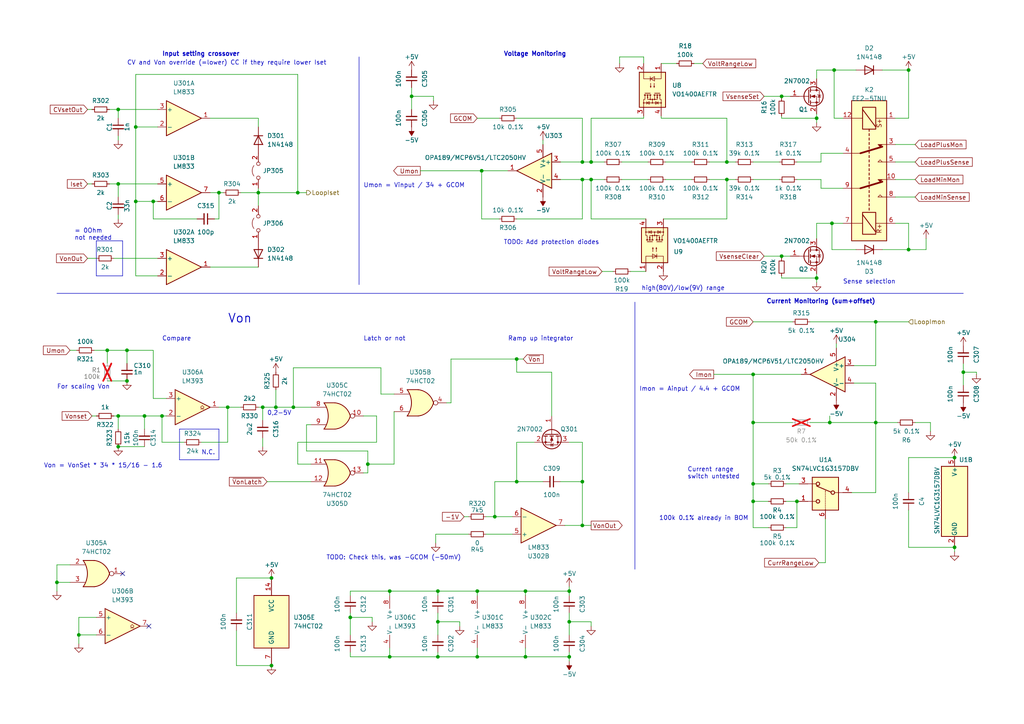
<source format=kicad_sch>
(kicad_sch (version 20230121) (generator eeschema)
  (paper "A4")
  (title_block (title "Electronic Load Analog Test Board") (date "2024-02-06") (rev "${VERSION}") (comment 1 "License: CERN-OHL-W-2.0"))
  (junction (at 74.93 55.88))
  (junction (at 39.37 58.42))
  (junction (at 78.74 193.04))
  (junction (at 165.1 171.45))
  (junction (at 218.44 140.335))
  (junction (at 34.29 129.54))
  (junction (at 171.45 46.99))
  (junction (at 210.82 46.99))
  (junction (at 165.1 180.34))
  (junction (at 106.68 134.62))
  (junction (at 36.83 101.6))
  (junction (at 263.525 20.32))
  (junction (at 139.7 49.53))
  (junction (at 226.695 74.295))
  (junction (at 22.86 184.15))
  (junction (at 218.44 145.415))
  (junction (at 127 190.5))
  (junction (at 46.99 120.65))
  (junction (at 276.86 158.75))
  (junction (at 168.91 52.07))
  (junction (at 86.36 55.88))
  (junction (at 236.855 34.29))
  (junction (at 76.2 118.11))
  (junction (at 231.14 145.415))
  (junction (at 149.86 104.14))
  (junction (at 143.51 149.86))
  (junction (at 31.115 101.6))
  (junction (at 168.91 139.7))
  (junction (at 279.4 107.95))
  (junction (at 34.29 53.34))
  (junction (at 241.935 20.32))
  (junction (at 39.37 36.83))
  (junction (at 218.44 122.555))
  (junction (at 240.665 122.555))
  (junction (at 168.91 46.99))
  (junction (at 226.695 27.94))
  (junction (at 16.51 168.91))
  (junction (at 152.4 171.45))
  (junction (at 218.44 108.585))
  (junction (at 165.1 190.5))
  (junction (at 210.82 52.07))
  (junction (at 41.91 120.65))
  (junction (at 138.43 190.5))
  (junction (at 138.43 171.45))
  (junction (at 254 93.345))
  (junction (at 80.01 118.11))
  (junction (at 254 122.555))
  (junction (at 78.74 167.64))
  (junction (at 171.45 52.07))
  (junction (at 119.38 27.94))
  (junction (at 263.525 72.39))
  (junction (at 34.29 120.65))
  (junction (at 66.04 118.11))
  (junction (at 152.4 190.5))
  (junction (at 168.91 152.4))
  (junction (at 36.83 110.49))
  (junction (at 63.5 55.88))
  (junction (at 276.86 132.715))
  (junction (at 236.855 80.645))
  (junction (at 44.45 58.42))
  (junction (at 149.86 139.7))
  (junction (at 101.6 179.07))
  (junction (at 127 171.45))
  (junction (at 113.03 190.5))
  (junction (at 113.03 171.45))
  (junction (at 34.29 31.75))
  (junction (at 85.09 118.11))
  (junction (at 127 180.34))
  (junction (at 241.3 64.77))
  (no_connect (at 43.18 181.61))
  (no_connect (at 35.56 166.37))
  (wire (pts (xy 113.03 171.45) (xy 127 171.45)))
  (wire (pts (xy 160.02 107.95) (xy 160.02 120.65)))
  (wire (pts (xy 236.855 80.645) (xy 226.695 80.645)))
  (wire (pts (xy 76.2 118.11) (xy 80.01 118.11)))
  (wire (pts (xy 168.91 152.4) (xy 171.45 152.4)))
  (wire (pts (xy 34.29 31.75) (xy 34.29 34.29)))
  (wire (pts (xy 101.6 179.07) (xy 107.95 179.07)))
  (wire (pts (xy 180.34 52.07) (xy 187.96 52.07)))
  (wire (pts (xy 231.14 145.415) (xy 231.14 153.035)))
  (wire (pts (xy 210.82 46.99) (xy 210.82 34.29)))
  (wire (pts (xy 162.56 52.07) (xy 168.91 52.07)))
  (wire (pts (xy 138.43 171.45) (xy 138.43 172.72)))
  (wire (pts (xy 218.44 122.555) (xy 218.44 140.335)))
  (wire (pts (xy 191.77 18.415) (xy 196.215 18.415)))
  (wire (pts (xy 114.3 114.3) (xy 110.49 114.3)))
  (wire (pts (xy 106.68 134.62) (xy 106.68 130.81)))
  (wire (pts (xy 127 177.8) (xy 127 180.34)))
  (wire (pts (xy 263.525 132.715) (xy 263.525 142.875)))
  (polyline (pts (xy 27.94 69.85) (xy 27.94 80.01)))
  (wire (pts (xy 149.86 63.5) (xy 168.91 63.5)))
  (wire (pts (xy 105.41 137.16) (xy 106.68 137.16)))
  (wire (pts (xy 229.87 122.555) (xy 218.44 122.555)))
  (wire (pts (xy 168.91 139.7) (xy 168.91 152.4)))
  (wire (pts (xy 140.97 149.86) (xy 143.51 149.86)))
  (wire (pts (xy 265.43 122.555) (xy 269.875 122.555)))
  (wire (pts (xy 127 180.34) (xy 127 184.15)))
  (wire (pts (xy 101.6 189.23) (xy 101.6 190.5)))
  (wire (pts (xy 247.015 142.875) (xy 254 142.875)))
  (wire (pts (xy 106.68 130.81) (xy 88.9 130.81)))
  (wire (pts (xy 171.45 181.61) (xy 171.45 180.34)))
  (wire (pts (xy 31.75 53.34) (xy 34.29 53.34)))
  (wire (pts (xy 31.115 101.6) (xy 31.115 105.41)))
  (wire (pts (xy 222.885 153.035) (xy 218.44 153.035)))
  (wire (pts (xy 218.44 108.585) (xy 232.41 108.585)))
  (wire (pts (xy 236.855 80.645) (xy 236.855 81.915)))
  (wire (pts (xy 139.7 49.53) (xy 147.32 49.53)))
  (wire (pts (xy 127 189.23) (xy 127 190.5)))
  (wire (pts (xy 62.23 63.5) (xy 63.5 63.5)))
  (wire (pts (xy 25.4 53.34) (xy 26.67 53.34)))
  (polyline (pts (xy 104.14 16.51) (xy 104.14 82.55)))
  (wire (pts (xy 41.91 120.65) (xy 41.91 124.46)))
  (wire (pts (xy 68.58 182.88) (xy 68.58 193.04)))
  (wire (pts (xy 221.615 74.295) (xy 226.695 74.295)))
  (wire (pts (xy 33.02 74.93) (xy 45.72 74.93)))
  (wire (pts (xy 16.51 168.91) (xy 16.51 171.45)))
  (wire (pts (xy 242.57 99.695) (xy 242.57 100.965)))
  (wire (pts (xy 254 122.555) (xy 254 142.875)))
  (wire (pts (xy 58.42 128.27) (xy 66.04 128.27)))
  (wire (pts (xy 165.1 190.5) (xy 165.1 191.77)))
  (polyline (pts (xy 27.94 80.01) (xy 35.56 80.01)))
  (wire (pts (xy 138.43 190.5) (xy 152.4 190.5)))
  (wire (pts (xy 205.74 46.99) (xy 210.82 46.99)))
  (wire (pts (xy 255.905 72.39) (xy 263.525 72.39)))
  (polyline (pts (xy 52.07 124.46) (xy 52.07 133.35)))
  (wire (pts (xy 101.6 190.5) (xy 113.03 190.5)))
  (wire (pts (xy 177.8 78.74) (xy 174.625 78.74)))
  (wire (pts (xy 86.36 55.88) (xy 88.9 55.88)))
  (wire (pts (xy 149.86 104.14) (xy 151.765 104.14)))
  (wire (pts (xy 22.86 179.07) (xy 22.86 184.15)))
  (wire (pts (xy 44.45 115.57) (xy 48.26 115.57)))
  (wire (pts (xy 241.935 20.32) (xy 248.285 20.32)))
  (wire (pts (xy 152.4 171.45) (xy 165.1 171.45)))
  (wire (pts (xy 168.91 128.27) (xy 168.91 139.7)))
  (wire (pts (xy 34.29 39.37) (xy 34.29 40.64)))
  (wire (pts (xy 107.95 180.34) (xy 107.95 179.07)))
  (wire (pts (xy 162.56 46.99) (xy 168.91 46.99)))
  (wire (pts (xy 138.43 34.29) (xy 144.78 34.29)))
  (wire (pts (xy 165.1 170.18) (xy 165.1 171.45)))
  (wire (pts (xy 160.02 107.95) (xy 149.86 107.95)))
  (wire (pts (xy 106.68 137.16) (xy 106.68 134.62)))
  (wire (pts (xy 33.02 120.65) (xy 34.29 120.65)))
  (wire (pts (xy 139.7 49.53) (xy 139.7 63.5)))
  (wire (pts (xy 186.69 34.29) (xy 186.69 33.655)))
  (wire (pts (xy 226.695 74.93) (xy 226.695 74.295)))
  (wire (pts (xy 165.1 177.8) (xy 165.1 180.34)))
  (wire (pts (xy 125.73 29.21) (xy 125.73 27.94)))
  (wire (pts (xy 60.96 55.88) (xy 63.5 55.88)))
  (wire (pts (xy 265.43 52.07) (xy 259.715 52.07)))
  (wire (pts (xy 39.37 21.59) (xy 86.36 21.59)))
  (wire (pts (xy 255.905 20.32) (xy 263.525 20.32)))
  (wire (pts (xy 218.44 108.585) (xy 218.44 122.555)))
  (wire (pts (xy 16.51 163.83) (xy 16.51 168.91)))
  (wire (pts (xy 265.43 46.99) (xy 259.715 46.99)))
  (wire (pts (xy 44.45 58.42) (xy 45.72 58.42)))
  (wire (pts (xy 226.695 34.29) (xy 226.695 33.655)))
  (wire (pts (xy 34.29 120.65) (xy 41.91 120.65)))
  (wire (pts (xy 34.29 62.23) (xy 34.29 63.5)))
  (wire (pts (xy 74.93 118.11) (xy 76.2 118.11)))
  (wire (pts (xy 46.99 120.65) (xy 48.26 120.65)))
  (wire (pts (xy 259.715 41.91) (xy 265.43 41.91)))
  (wire (pts (xy 106.68 134.62) (xy 114.3 134.62)))
  (wire (pts (xy 76.2 127) (xy 76.2 129.54)))
  (wire (pts (xy 244.475 44.45) (xy 238.125 44.45)))
  (wire (pts (xy 240.665 122.555) (xy 254 122.555)))
  (wire (pts (xy 144.78 63.5) (xy 139.7 63.5)))
  (wire (pts (xy 149.86 128.27) (xy 149.86 139.7)))
  (wire (pts (xy 39.37 58.42) (xy 39.37 80.01)))
  (wire (pts (xy 226.695 27.94) (xy 229.235 27.94)))
  (wire (pts (xy 31.115 110.49) (xy 36.83 110.49)))
  (wire (pts (xy 244.475 54.61) (xy 238.125 54.61)))
  (wire (pts (xy 186.69 18.415) (xy 186.69 16.51)))
  (wire (pts (xy 240.665 120.65) (xy 240.665 122.555)))
  (wire (pts (xy 201.295 18.415) (xy 203.835 18.415)))
  (wire (pts (xy 229.87 93.345) (xy 218.44 93.345)))
  (wire (pts (xy 165.1 189.23) (xy 165.1 190.5)))
  (wire (pts (xy 86.36 128.27) (xy 109.22 128.27)))
  (wire (pts (xy 109.22 120.65) (xy 109.22 128.27)))
  (wire (pts (xy 36.83 101.6) (xy 36.83 105.41)))
  (wire (pts (xy 227.965 140.335) (xy 231.775 140.335)))
  (wire (pts (xy 22.86 186.69) (xy 22.86 184.15)))
  (wire (pts (xy 205.74 52.07) (xy 210.82 52.07)))
  (wire (pts (xy 74.93 55.88) (xy 74.93 59.69)))
  (wire (pts (xy 44.45 63.5) (xy 44.45 58.42)))
  (wire (pts (xy 241.3 64.77) (xy 244.475 64.77)))
  (wire (pts (xy 171.45 52.07) (xy 171.45 63.5)))
  (wire (pts (xy 263.525 72.39) (xy 268.605 72.39)))
  (wire (pts (xy 34.29 31.75) (xy 45.72 31.75)))
  (wire (pts (xy 236.855 22.86) (xy 236.855 20.32)))
  (wire (pts (xy 134.62 149.86) (xy 135.89 149.86)))
  (wire (pts (xy 127 171.45) (xy 138.43 171.45)))
  (wire (pts (xy 39.37 36.83) (xy 39.37 58.42)))
  (wire (pts (xy 127 190.5) (xy 113.03 190.5)))
  (wire (pts (xy 78.74 193.04) (xy 68.58 193.04)))
  (wire (pts (xy 187.325 78.74) (xy 182.88 78.74)))
  (wire (pts (xy 236.855 33.02) (xy 236.855 34.29)))
  (wire (pts (xy 80.01 113.03) (xy 80.01 118.11)))
  (wire (pts (xy 231.14 145.415) (xy 231.775 145.415)))
  (wire (pts (xy 226.695 80.645) (xy 226.695 80.01)))
  (wire (pts (xy 263.525 72.39) (xy 263.525 64.77)))
  (wire (pts (xy 127 172.72) (xy 127 171.45)))
  (wire (pts (xy 222.885 140.335) (xy 218.44 140.335)))
  (wire (pts (xy 34.29 53.34) (xy 34.29 57.15)))
  (wire (pts (xy 236.855 79.375) (xy 236.855 80.645)))
  (wire (pts (xy 46.99 120.65) (xy 46.99 128.27)))
  (wire (pts (xy 101.6 179.07) (xy 101.6 184.15)))
  (wire (pts (xy 121.92 49.53) (xy 139.7 49.53)))
  (wire (pts (xy 239.395 163.195) (xy 237.49 163.195)))
  (wire (pts (xy 238.125 54.61) (xy 238.125 52.07)))
  (wire (pts (xy 193.04 46.99) (xy 200.66 46.99)))
  (wire (pts (xy 276.86 158.115) (xy 276.86 158.75)))
  (wire (pts (xy 171.45 34.29) (xy 186.69 34.29)))
  (wire (pts (xy 101.6 172.72) (xy 101.6 171.45)))
  (wire (pts (xy 152.4 187.96) (xy 152.4 190.5)))
  (wire (pts (xy 157.48 40.64) (xy 157.48 41.91)))
  (polyline (pts (xy 16.51 85.09) (xy 279.4 85.09)))
  (wire (pts (xy 44.45 101.6) (xy 44.45 115.57)))
  (wire (pts (xy 179.705 16.51) (xy 179.705 18.415)))
  (wire (pts (xy 20.32 163.83) (xy 16.51 163.83)))
  (wire (pts (xy 239.395 150.495) (xy 239.395 163.195)))
  (wire (pts (xy 20.32 101.6) (xy 22.225 101.6)))
  (wire (pts (xy 126.365 154.94) (xy 126.365 157.48)))
  (wire (pts (xy 247.65 111.125) (xy 254 111.125)))
  (wire (pts (xy 269.875 125.095) (xy 269.875 122.555)))
  (wire (pts (xy 133.35 181.61) (xy 133.35 180.34)))
  (wire (pts (xy 236.855 64.77) (xy 241.3 64.77)))
  (wire (pts (xy 138.43 171.45) (xy 152.4 171.45)))
  (wire (pts (xy 241.3 72.39) (xy 248.285 72.39)))
  (wire (pts (xy 276.86 158.75) (xy 263.525 158.75)))
  (wire (pts (xy 192.405 63.5) (xy 210.82 63.5)))
  (wire (pts (xy 234.95 93.345) (xy 254 93.345)))
  (wire (pts (xy 234.95 122.555) (xy 240.665 122.555)))
  (wire (pts (xy 74.93 54.61) (xy 74.93 55.88)))
  (polyline (pts (xy 63.5 124.46) (xy 63.5 133.35)))
  (wire (pts (xy 268.605 72.39) (xy 268.605 69.215)))
  (wire (pts (xy 143.51 139.7) (xy 143.51 149.86)))
  (wire (pts (xy 218.44 153.035) (xy 218.44 145.415)))
  (wire (pts (xy 263.525 158.75) (xy 263.525 147.955)))
  (wire (pts (xy 39.37 80.01) (xy 45.72 80.01)))
  (wire (pts (xy 110.49 106.68) (xy 85.09 106.68)))
  (wire (pts (xy 180.34 46.99) (xy 187.96 46.99)))
  (wire (pts (xy 276.86 158.75) (xy 276.86 160.02)))
  (wire (pts (xy 259.715 34.29) (xy 263.525 34.29)))
  (wire (pts (xy 254 122.555) (xy 260.35 122.555)))
  (wire (pts (xy 88.9 123.19) (xy 90.17 123.19)))
  (wire (pts (xy 236.855 34.29) (xy 226.695 34.29)))
  (wire (pts (xy 86.36 21.59) (xy 86.36 55.88)))
  (wire (pts (xy 63.5 55.88) (xy 64.77 55.88)))
  (wire (pts (xy 129.54 116.84) (xy 130.81 116.84)))
  (wire (pts (xy 218.44 46.99) (xy 226.06 46.99)))
  (wire (pts (xy 263.525 20.32) (xy 263.525 34.29)))
  (wire (pts (xy 34.29 120.65) (xy 34.29 124.46)))
  (wire (pts (xy 101.6 177.8) (xy 101.6 179.07)))
  (wire (pts (xy 63.5 55.88) (xy 63.5 63.5)))
  (wire (pts (xy 26.67 120.65) (xy 27.94 120.65)))
  (wire (pts (xy 168.91 34.29) (xy 168.91 46.99)))
  (wire (pts (xy 227.965 145.415) (xy 231.14 145.415)))
  (wire (pts (xy 31.75 31.75) (xy 34.29 31.75)))
  (wire (pts (xy 77.47 139.7) (xy 90.17 139.7)))
  (wire (pts (xy 191.77 34.29) (xy 210.82 34.29)))
  (wire (pts (xy 74.93 34.29) (xy 60.96 34.29)))
  (wire (pts (xy 66.04 118.11) (xy 69.85 118.11)))
  (wire (pts (xy 165.1 180.34) (xy 165.1 184.15)))
  (wire (pts (xy 283.21 108.585) (xy 283.21 107.95)))
  (polyline (pts (xy 63.5 133.35) (xy 52.07 133.35)))
  (wire (pts (xy 85.09 118.11) (xy 90.17 118.11)))
  (wire (pts (xy 76.2 118.11) (xy 76.2 121.92)))
  (wire (pts (xy 210.82 46.99) (xy 213.36 46.99)))
  (wire (pts (xy 171.45 46.99) (xy 175.26 46.99)))
  (wire (pts (xy 88.9 130.81) (xy 88.9 123.19)))
  (wire (pts (xy 254 111.125) (xy 254 122.555)))
  (wire (pts (xy 231.14 46.99) (xy 238.125 46.99)))
  (wire (pts (xy 210.82 63.5) (xy 210.82 52.07)))
  (wire (pts (xy 113.03 187.96) (xy 113.03 190.5)))
  (wire (pts (xy 165.1 180.34) (xy 171.45 180.34)))
  (wire (pts (xy 119.38 25.4) (xy 119.38 27.94)))
  (wire (pts (xy 279.4 107.95) (xy 279.4 111.76)))
  (wire (pts (xy 27.94 179.07) (xy 22.86 179.07)))
  (wire (pts (xy 236.855 64.77) (xy 236.855 69.215)))
  (wire (pts (xy 113.03 171.45) (xy 113.03 172.72)))
  (wire (pts (xy 276.86 132.715) (xy 263.525 132.715)))
  (wire (pts (xy 157.48 139.7) (xy 149.86 139.7)))
  (wire (pts (xy 119.38 27.94) (xy 125.73 27.94)))
  (wire (pts (xy 218.44 145.415) (xy 218.44 140.335)))
  (wire (pts (xy 78.74 167.64) (xy 68.58 167.64)))
  (wire (pts (xy 114.3 119.38) (xy 114.3 134.62)))
  (wire (pts (xy 126.365 154.94) (xy 135.89 154.94)))
  (wire (pts (xy 85.09 106.68) (xy 85.09 118.11)))
  (wire (pts (xy 39.37 36.83) (xy 45.72 36.83)))
  (wire (pts (xy 86.36 134.62) (xy 90.17 134.62)))
  (wire (pts (xy 193.04 52.07) (xy 200.66 52.07)))
  (wire (pts (xy 186.69 16.51) (xy 179.705 16.51)))
  (wire (pts (xy 149.86 107.95) (xy 149.86 104.14)))
  (wire (pts (xy 168.91 46.99) (xy 171.45 46.99)))
  (wire (pts (xy 105.41 120.65) (xy 109.22 120.65)))
  (wire (pts (xy 143.51 149.86) (xy 148.59 149.86)))
  (wire (pts (xy 101.6 171.45) (xy 113.03 171.45)))
  (wire (pts (xy 165.1 171.45) (xy 165.1 172.72)))
  (wire (pts (xy 226.695 74.295) (xy 229.235 74.295)))
  (wire (pts (xy 218.44 52.07) (xy 226.06 52.07)))
  (wire (pts (xy 86.36 55.88) (xy 74.93 55.88)))
  (wire (pts (xy 254 93.345) (xy 254 106.045)))
  (wire (pts (xy 221.615 27.94) (xy 226.695 27.94)))
  (wire (pts (xy 119.38 27.94) (xy 119.38 31.75)))
  (wire (pts (xy 31.115 101.6) (xy 36.83 101.6)))
  (wire (pts (xy 53.34 128.27) (xy 46.99 128.27)))
  (wire (pts (xy 241.3 64.77) (xy 241.3 72.39)))
  (wire (pts (xy 222.885 145.415) (xy 218.44 145.415)))
  (wire (pts (xy 27.305 101.6) (xy 31.115 101.6)))
  (wire (pts (xy 254 93.345) (xy 263.525 93.345)))
  (wire (pts (xy 74.93 34.29) (xy 74.93 36.83)))
  (wire (pts (xy 279.4 105.41) (xy 279.4 107.95)))
  (wire (pts (xy 263.525 64.77) (xy 259.715 64.77)))
  (wire (pts (xy 63.5 118.11) (xy 66.04 118.11)))
  (wire (pts (xy 149.86 104.14) (xy 130.81 104.14)))
  (wire (pts (xy 241.935 20.32) (xy 241.935 34.29)))
  (polyline (pts (xy 52.07 124.46) (xy 63.5 124.46)))
  (wire (pts (xy 86.36 128.27) (xy 86.36 134.62)))
  (wire (pts (xy 165.1 128.27) (xy 168.91 128.27)))
  (wire (pts (xy 226.695 28.575) (xy 226.695 27.94)))
  (wire (pts (xy 57.15 63.5) (xy 44.45 63.5)))
  (wire (pts (xy 25.4 31.75) (xy 26.67 31.75)))
  (wire (pts (xy 168.91 139.7) (xy 162.56 139.7)))
  (wire (pts (xy 247.65 106.045) (xy 254 106.045)))
  (polyline (pts (xy 184.15 87.63) (xy 184.15 165.1)))
  (wire (pts (xy 191.77 33.655) (xy 191.77 34.29)))
  (wire (pts (xy 168.91 52.07) (xy 168.91 63.5)))
  (wire (pts (xy 140.97 154.94) (xy 148.59 154.94)))
  (wire (pts (xy 171.45 63.5) (xy 187.325 63.5)))
  (wire (pts (xy 60.96 77.47) (xy 74.93 77.47)))
  (wire (pts (xy 110.49 114.3) (xy 110.49 106.68)))
  (wire (pts (xy 168.91 52.07) (xy 171.45 52.07)))
  (wire (pts (xy 231.14 52.07) (xy 238.125 52.07)))
  (wire (pts (xy 171.45 52.07) (xy 175.26 52.07)))
  (wire (pts (xy 207.01 108.585) (xy 218.44 108.585)))
  (wire (pts (xy 163.83 152.4) (xy 168.91 152.4)))
  (wire (pts (xy 236.855 34.29) (xy 236.855 35.56)))
  (wire (pts (xy 68.58 167.64) (xy 68.58 177.8)))
  (wire (pts (xy 152.4 171.45) (xy 152.4 172.72)))
  (wire (pts (xy 149.86 139.7) (xy 143.51 139.7)))
  (wire (pts (xy 149.86 34.29) (xy 168.91 34.29)))
  (wire (pts (xy 22.86 184.15) (xy 27.94 184.15)))
  (wire (pts (xy 154.94 128.27) (xy 149.86 128.27)))
  (wire (pts (xy 80.01 118.11) (xy 85.09 118.11)))
  (polyline (pts (xy 35.56 69.85) (xy 27.94 69.85)))
  (wire (pts (xy 25.4 74.93) (xy 27.94 74.93)))
  (wire (pts (xy 127 190.5) (xy 138.43 190.5)))
  (wire (pts (xy 210.82 52.07) (xy 213.36 52.07)))
  (wire (pts (xy 39.37 58.42) (xy 44.45 58.42)))
  (polyline (pts (xy 35.56 80.01) (xy 35.56 69.85)))
  (wire (pts (xy 259.715 57.15) (xy 265.43 57.15)))
  (wire (pts (xy 36.83 101.6) (xy 44.45 101.6)))
  (wire (pts (xy 244.475 34.29) (xy 241.935 34.29)))
  (wire (pts (xy 69.85 55.88) (xy 74.93 55.88)))
  (wire (pts (xy 171.45 46.99) (xy 171.45 34.29)))
  (wire (pts (xy 238.125 44.45) (xy 238.125 46.99)))
  (wire (pts (xy 66.04 118.11) (xy 66.04 128.27)))
  (wire (pts (xy 16.51 168.91) (xy 20.32 168.91)))
  (wire (pts (xy 279.4 107.95) (xy 283.21 107.95)))
  (wire (pts (xy 227.965 153.035) (xy 231.14 153.035)))
  (wire (pts (xy 41.91 120.65) (xy 46.99 120.65)))
  (wire (pts (xy 34.29 53.34) (xy 45.72 53.34)))
  (wire (pts (xy 138.43 187.96) (xy 138.43 190.5)))
  (wire (pts (xy 39.37 21.59) (xy 39.37 36.83)))
  (wire (pts (xy 127 180.34) (xy 133.35 180.34)))
  (wire (pts (xy 34.29 129.54) (xy 41.91 129.54)))
  (wire (pts (xy 236.855 20.32) (xy 241.935 20.32)))
  (wire (pts (xy 130.81 104.14) (xy 130.81 116.84)))
  (wire (pts (xy 152.4 190.5) (xy 165.1 190.5)))
  (text "Current Monitoring (sum+offset)\n" (at 222.25 88.265 0) (effects (font (size 1.27 1.27) (thickness 0.254) bold) (justify left bottom)))
  (text "TODO: Check this, was -GCOM (-50mV)" (at 94.615 162.56 0) (effects (font (size 1.27 1.27)) (justify left bottom)))
  (text "= 0Ohm\nnot needed" (at 21.59 69.85 0) (effects (font (size 1.27 1.27)) (justify left bottom)))
  (text "Von" (at 66.04 93.98 0) (effects (font (size 2.54 2.54) (thickness 0.254) bold) (justify left bottom)))
  (text "For scaling Von" (at 16.51 113.03 0) (effects (font (size 1.27 1.27)) (justify left bottom)))
  (text "Umon = Vinput / 34 + GCOM" (at 105.41 54.61 0) (effects (font (size 1.27 1.27)) (justify left bottom)))
  (text "Latch or not" (at 105.41 99.06 0) (effects (font (size 1.27 1.27)) (justify left bottom)))
  (text "TODO: Add protection diodes" (at 146.05 71.12 0) (effects (font (size 1.27 1.27)) (justify left bottom)))
  (text "N.C." (at 58.42 132.08 0) (effects (font (size 1.27 1.27)) (justify left bottom)))
  (text "0,2-5V" (at 77.47 120.65 0) (effects (font (size 1.27 1.27)) (justify left bottom)))
  (text "100k 0.1% already in BOM" (at 191.135 151.13 0) (effects (font (size 1.27 1.27)) (justify left bottom)))
  (text "Compare" (at 46.99 99.06 0) (effects (font (size 1.27 1.27)) (justify left bottom)))
  (text "Current range \nswitch untested" (at 199.39 139.065 0) (effects (font (size 1.27 1.27)) (justify left bottom)))
  (text "Ramp up integrator" (at 147.32 99.06 0) (effects (font (size 1.27 1.27)) (justify left bottom)))
  (text "Imon = Ainput / 4.4 + GCOM" (at 185.42 113.665 0) (effects (font (size 1.27 1.27)) (justify left bottom)))
  (text "Sense selection\n" (at 244.475 82.55 0) (effects (font (size 1.27 1.27)) (justify left bottom)))
  (text "Von = VonSet * 34 * 15/16 - 1.6\n" (at 12.7 135.89 0) (effects (font (size 1.27 1.27)) (justify left bottom)))
  (text "high(80V)/low(9V) range" (at 186.055 84.455 0) (effects (font (size 1.27 1.27)) (justify left bottom)))
  (text "CV and Von override (=lower) CC if they require lower Iset" (at 36.83 19.05 0) (effects (font (size 1.27 1.27)) (justify left bottom)))
  (text "Voltage Monitoring" (at 146.05 16.51 0) (effects (font (size 1.27 1.27) (thickness 0.254) bold) (justify left bottom)))
  (text "Input setting crossover" (at 46.99 16.51 0) (effects (font (size 1.27 1.27) (thickness 0.254) bold) (justify left bottom)))
  (global_label "Umon" (shape output) (at 121.92 49.53 180) (property "Intersheetrefs" "${INTERSHEET_REFS}" (effects hide)))
  (global_label "GCOM" (shape input) (at 138.43 34.29 180) (property "Intersheetrefs" "${INTERSHEET_REFS}" (effects hide)))
  (global_label "VonOut" (shape input) (at 25.4 74.93 180) (property "Intersheetrefs" "${INTERSHEET_REFS}" (effects hide)))
  (global_label "Umon" (shape input) (at 20.32 101.6 180) (property "Intersheetrefs" "${INTERSHEET_REFS}" (effects hide)))
  (global_label "VonOut" (shape output) (at 171.45 152.4 0) (property "Intersheetrefs" "${INTERSHEET_REFS}" (effects hide)))
  (global_label "LoadMinMon" (shape input) (at 265.43 52.07 0) (property "Intersheetrefs" "${INTERSHEET_REFS}" (effects hide)))
  (global_label "VsenseClear" (shape input) (at 221.615 74.295 180) (property "Intersheetrefs" "${INTERSHEET_REFS}" (effects hide)))
  (global_label "~{Von}" (shape input) (at 151.765 104.14 0) (property "Intersheetrefs" "${INTERSHEET_REFS}" (effects hide)))
  (global_label "Vonset" (shape input) (at 26.67 120.65 180) (property "Intersheetrefs" "${INTERSHEET_REFS}" (effects hide)))
  (global_label "CurrRangeLow" (shape input) (at 237.49 163.195 180) (property "Intersheetrefs" "${INTERSHEET_REFS}" (effects hide)))
  (global_label "Imon" (shape output) (at 207.01 108.585 180) (property "Intersheetrefs" "${INTERSHEET_REFS}" (effects hide)))
  (global_label "-1V" (shape input) (at 134.62 149.86 180) (property "Intersheetrefs" "${INTERSHEET_REFS}" (effects hide)))
  (global_label "Iset" (shape input) (at 25.4 53.34 180) (property "Intersheetrefs" "${INTERSHEET_REFS}" (effects hide)))
  (global_label "LoadMinSense" (shape input) (at 265.43 57.15 0) (property "Intersheetrefs" "${INTERSHEET_REFS}" (effects hide)))
  (global_label "CVsetOut" (shape input) (at 25.4 31.75 180) (property "Intersheetrefs" "${INTERSHEET_REFS}" (effects hide)))
  (global_label "LoadPlusMon" (shape input) (at 265.43 41.91 0) (property "Intersheetrefs" "${INTERSHEET_REFS}" (effects hide)))
  (global_label "VsenseSet" (shape input) (at 221.615 27.94 180) (property "Intersheetrefs" "${INTERSHEET_REFS}" (effects hide)))
  (global_label "VoltRangeLow" (shape input) (at 174.625 78.74 180) (property "Intersheetrefs" "${INTERSHEET_REFS}" (effects hide)))
  (global_label "LoadPlusSense" (shape input) (at 265.43 46.99 0) (property "Intersheetrefs" "${INTERSHEET_REFS}" (effects hide)))
  (global_label "GCOM" (shape input) (at 218.44 93.345 180) (property "Intersheetrefs" "${INTERSHEET_REFS}" (effects hide)))
  (global_label "VoltRangeLow" (shape input) (at 203.835 18.415 0) (property "Intersheetrefs" "${INTERSHEET_REFS}" (effects hide)))
  (global_label "~{VonLatch}" (shape input) (at 77.47 139.7 180) (property "Intersheetrefs" "${INTERSHEET_REFS}" (effects hide)))
  (hierarchical_label "LoopIset" (shape output) (at 88.9 55.88 0))
  (hierarchical_label "LoopImon" (shape input) (at 263.525 93.345 0))
  (symbol (lib_id "Device:C_Small") (at 165.1 186.69 180) (unit 1)
    (property "Reference" "C304" (at 168.91 186.69 90))
    (property "Value" "100n" (at 161.29 186.6837 90))
    (property "Footprint" "Capacitor_SMD:C_0805_2012Metric" (effects hide))
    (property "Part Name" "C_100.0nF_0805_20%" (effects hide))
  )
  (symbol (lib_id "Device:C_Small") (at 127 175.26 180) (unit 1)
    (property "Reference" "C301" (at 130.81 175.26 90))
    (property "Value" "100n" (at 123.19 175.2537 90))
    (property "Footprint" "Capacitor_SMD:C_0805_2012Metric" (effects hide))
    (property "Part Name" "C_100.0nF_0805_20%" (effects hide))
  )
  (symbol (lib_id "power:-5V") (at 279.4 116.84 180) (unit 1)
    (property "Reference" "#PWR0313" (effects hide))
    (property "Value" "-5V" (at 279.4 120.65 0))
  )
  (symbol (lib_id "power:GND") (at 36.83 110.49 0) (unit 1)
    (property "Reference" "#PWR0109" (effects hide))
    (property "Value" "GND" (effects hide))
  )
  (symbol (lib_id "Device:R_Small") (at 215.9 52.07 270) (unit 1)
    (property "Reference" "R314" (at 215.9 57.15 90))
    (property "Value" "39k 0.1%" (at 215.9 54.61 90))
    (property "Footprint" "Resistor_SMD:R_0805_2012Metric" (effects hide))
    (property "Part Name" "R_39k_0805_0.1%" (effects hide))
  )
  (symbol (lib_id "Device:R_Small") (at 225.425 145.415 270) (unit 1)
    (property "Reference" "R4" (at 225.425 147.955 90))
    (property "Value" "100k 0.1%" (at 225.425 149.86 90))
    (property "Footprint" "Resistor_SMD:R_0805_2012Metric" (effects hide))
    (property "Part Name" "R_100k_0805_0.1%" (effects hide))
  )
  (symbol (lib_id "power:GND") (at 276.86 160.02 0) (unit 1)
    (property "Reference" "#PWR013" (effects hide))
    (property "Value" "GND" (effects hide))
  )
  (symbol (lib_id "74xx:74HCT02") (at 27.94 166.37 0) (unit 1)
    (property "Reference" "U305" (at 27.94 157.48 0))
    (property "Value" "74HCT02" (at 27.94 160.02 0))
    (property "Footprint" "Package_SO:SO-14_3.9x8.65mm_P1.27mm" (effects hide))
    (property "Datasheet" "http://www.ti.com/lit/gpn/sn74hct02" (effects hide))
    (property "Part Name" "U_74HCT02D " (effects hide))
  )
  (symbol (lib_id "Transistor_FET:2N7002") (at 234.315 74.295 0) (unit 1)
    (property "Reference" "Q2" (at 233.045 78.105 0))
    (property "Value" "2N7002" (at 231.14 69.85 0))
    (property "Footprint" "Package_TO_SOT_SMD:SOT-23" (effects hide))
    (property "Datasheet" "https://www.onsemi.com/pub/Collateral/NDS7002A-D.PDF" (effects hide))
    (property "Part Name" "Q_2N7002 " (effects hide))
  )
  (symbol (lib_id "Device:R_Small") (at 177.8 52.07 270) (unit 1)
    (property "Reference" "R308" (at 177.8 57.15 90))
    (property "Value" "100k 0.1%" (at 177.8 54.61 90))
    (property "Footprint" "Resistor_SMD:R_0805_2012Metric" (effects hide))
    (property "Part Name" "R_100k_0805_0.1%" (effects hide))
  )
  (symbol (lib_id "Device:R_Small") (at 203.2 52.07 270) (unit 1)
    (property "Reference" "R312" (at 203.2 57.15 90))
    (property "Value" "100k 0.1%" (at 203.2 54.61 90))
    (property "Footprint" "Resistor_SMD:R_0805_2012Metric" (effects hide))
    (property "Part Name" "R_100k_0805_0.1%" (effects hide))
  )
  (symbol (lib_id "Diode:1N4148") (at 74.93 40.64 270) (unit 1)
    (property "Reference" "D301" (at 77.47 39.3699 90) (effects (justify left)))
    (property "Value" "1N4148" (at 77.47 41.9099 90) (effects (justify left)))
    (property "Footprint" "Diode_SMD:D_MiniMELF" (effects hide))
    (property "Datasheet" "https://assets.nexperia.com/documents/data-sheet/1N4148_1N4448.pdf" (effects hide))
    (property "Sim.Device" "D" (effects hide))
    (property "Sim.Pins" "1=K 2=A" (effects hide))
    (property "Part Name" "D_1N4148_miniMELF" (effects hide))
  )
  (symbol (lib_id "Device:C_Small") (at 41.91 127 180) (unit 1)
    (property "Reference" "C314" (at 44.45 127 90))
    (property "Value" "100n" (at 39.37 127 90))
    (property "Footprint" "Capacitor_SMD:C_0805_2012Metric" (effects hide))
    (property "Part Name" "C_100.0nF_0805_20%" (effects hide))
  )
  (symbol (lib_id "power:+5V") (at 119.38 20.32 0) (unit 1)
    (property "Reference" "#PWR0305" (effects hide))
    (property "Value" "+5V" (at 119.38 16.51 0))
  )
  (symbol (lib_id "74xx:74HCT02") (at 97.79 120.65 0) (unit 3)
    (property "Reference" "U305" (at 97.79 111.76 0))
    (property "Value" "74HCT02" (at 97.79 114.3 0))
    (property "Footprint" "Package_SO:SO-14_3.9x8.65mm_P1.27mm" (effects hide))
    (property "Datasheet" "http://www.ti.com/lit/gpn/sn74hct02" (effects hide))
    (property "Part Name" "U_74HCT02D " (effects hide))
  )
  (symbol (lib_id "EL-Load:MCP6V51/LTC2050HV") (at 240.03 108.585 0) (mirror y) (unit 1)
    (property "Reference" "U304" (at 243.0906 98.425 0) (effects (justify right)))
    (property "Value" "OPA189/MCP6V51/LTC2050HV" (at 209.55 104.775 0) (effects (justify right)))
    (property "Footprint" "Package_TO_SOT_SMD:SOT-23-5" (effects hide))
    (property "Part Name" "U_LTC2050HVCS5" (effects hide))
  )
  (symbol (lib_id "power:GND") (at 22.86 186.69 0) (unit 1)
    (property "Reference" "#PWR0316" (effects hide))
    (property "Value" "GND" (effects hide))
  )
  (symbol (lib_id "power:GND") (at 107.95 180.34 0) (unit 1)
    (property "Reference" "#PWR0321" (effects hide))
    (property "Value" "GND" (effects hide))
  )
  (symbol (lib_id "Device:R_Small") (at 138.43 149.86 270) (unit 1)
    (property "Reference" "R320" (at 138.43 146.05 90))
    (property "Value" "7k5" (at 138.43 147.955 90))
    (property "Footprint" "Resistor_SMD:R_0805_2012Metric" (effects hide))
    (property "Part Name" "R_7.5kΩ_0805_1%" (effects hide))
  )
  (symbol (lib_id "power:GND") (at 236.855 81.915 0) (unit 1)
    (property "Reference" "#PWR066" (effects hide))
    (property "Value" "GND" (effects hide))
  )
  (symbol (lib_id "Device:R_Small") (at 225.425 153.035 270) (unit 1)
    (property "Reference" "R5" (at 225.425 155.575 90))
    (property "Value" "100k 0.1%" (at 225.425 157.48 90))
    (property "Footprint" "Resistor_SMD:R_0805_2012Metric" (effects hide))
    (property "Part Name" "R_100k_0805_0.1%" (effects hide))
  )
  (symbol (lib_id "Jumper:Jumper_2_Open") (at 74.93 64.77 90) (unit 1)
    (property "Reference" "JP306" (at 76.2 64.7699 90) (effects (justify right)))
    (property "Value" "Jumper_2_Open" (effects hide))
    (property "Footprint" "Jumper:SolderJumper-2_P1.3mm_Bridged2Bar_RoundedPad1.0x1.5mm" (effects hide))
  )
  (symbol (lib_id "EL-Load:MCP6V51/LTC2050HV") (at 154.94 49.53 0) (mirror y) (unit 1)
    (property "Reference" "U303" (at 158.0006 39.37 0) (effects (justify right)))
    (property "Value" "OPA189/MCP6V51/LTC2050HV" (at 123.19 45.72 0) (effects (justify right)))
    (property "Footprint" "Package_TO_SOT_SMD:SOT-23-5" (effects hide))
    (property "Part Name" "U_LTC2050HVCS5" (effects hide))
  )
  (symbol (lib_name "MCP6L02x-xSN_2") (lib_id "Amplifier_Operational:MCP6L02x-xSN") (at 53.34 55.88 0) (unit 2)
    (property "Reference" "U301" (at 53.34 45.72 0))
    (property "Value" "LM833" (at 53.34 48.26 0))
    (property "Footprint" "Package_SO:SOIC-8_3.9x4.9mm_P1.27mm" (effects hide))
    (property "Datasheet" "http://ww1.microchip.com/downloads/en/devicedoc/22140b.pdf" (effects hide))
    (property "Part Name" "U_LM833DR " (effects hide))
  )
  (symbol (lib_id "power:GND") (at 34.29 63.5 0) (unit 1)
    (property "Reference" "#PWR0145" (effects hide))
    (property "Value" "GND" (effects hide))
  )
  (symbol (lib_id "Device:R_Small") (at 226.695 77.47 180) (unit 1)
    (property "Reference" "R20" (at 221.615 77.47 90))
    (property "Value" "100k" (at 224.155 77.47 90))
    (property "Footprint" "Resistor_SMD:R_0805_2012Metric" (effects hide))
    (property "Part Name" "R_100.0kΩ_0805_1%" (effects hide))
  )
  (symbol (lib_id "Device:R_Small") (at 228.6 46.99 90) (unit 1)
    (property "Reference" "R317" (at 228.6 41.91 90))
    (property "Value" "1k 0.1%" (at 228.6 44.45 90))
    (property "Footprint" "Resistor_SMD:R_0805_2012Metric" (effects hide))
    (property "Part Name" "R_1k_0805_0.1%" (effects hide))
  )
  (symbol (lib_id "Device:R_Small") (at 30.48 74.93 270) (unit 1)
    (property "Reference" "R301" (at 30.48 72.39 90))
    (property "Value" "2k" (at 30.48 77.47 90))
    (property "Footprint" "Resistor_SMD:R_0805_2012Metric" (effects hide))
    (property "Part Name" "R_2.0kΩ_0805_1%" (effects hide))
  )
  (symbol (lib_id "Device:R_Small") (at 190.5 46.99 90) (unit 1)
    (property "Reference" "R309" (at 190.5 41.91 90))
    (property "Value" "100k 0.1%" (at 190.5 44.45 90))
    (property "Footprint" "Resistor_SMD:R_0805_2012Metric" (effects hide))
    (property "Part Name" "R_100k_0805_0.1%" (effects hide))
  )
  (symbol (lib_id "Jumper:Jumper_2_Open") (at 74.93 49.53 90) (unit 1)
    (property "Reference" "JP305" (at 76.2 49.5299 90) (effects (justify right)))
    (property "Value" "Jumper_2_Open" (effects hide))
    (property "Footprint" "Jumper:SolderJumper-2_P1.3mm_Bridged_RoundedPad1.0x1.5mm" (effects hide))
  )
  (symbol (lib_id "Device:R_Small") (at 177.8 46.99 90) (unit 1)
    (property "Reference" "R307" (at 177.8 41.91 90))
    (property "Value" "100k 0.1%" (at 177.8 44.45 90))
    (property "Footprint" "Resistor_SMD:R_0805_2012Metric" (effects hide))
    (property "Part Name" "R_100k_0805_0.1%" (effects hide))
  )
  (symbol (lib_id "Device:R_Small") (at 72.39 118.11 90) (unit 1)
    (property "Reference" "R330" (at 72.39 120.65 90))
    (property "Value" "2k2" (at 72.39 115.57 90))
    (property "Footprint" "Resistor_SMD:R_0805_2012Metric" (effects hide))
    (property "Part Name" "R_2.2kΩ_0805_1%" (effects hide))
  )
  (symbol (lib_id "Device:R_Small") (at 262.89 122.555 270) (unit 1)
    (property "Reference" "R6" (at 262.89 127.635 90))
    (property "Value" "5k 0.1%" (at 262.89 125.095 90))
    (property "Footprint" "Resistor_SMD:R_0805_2012Metric" (effects hide))
    (property "Part Name" "R_5k_0805_0.1%" (effects hide))
  )
  (symbol (lib_id "Relay_SolidState:ASSR-1218") (at 189.865 71.12 90) (unit 1)
    (property "Reference" "U9" (at 198.12 73.025 90) (effects (justify left)))
    (property "Value" "VO1400AEFTR" (at 208.28 69.85 90) (effects (justify left)))
    (property "Footprint" "Package_SO:SO-4_4.4x4.3mm_P2.54mm" (effects hide))
    (property "Part Name" "U_VO1400AEFTR " (effects hide))
  )
  (symbol (lib_id "Analog_Switch:TS5A63157DBV") (at 276.86 145.415 0) (unit 2)
    (property "Reference" "U1" (at 278.13 133.35 0) (effects (justify left)))
    (property "Value" "SN74LVC1G3157DBV" (at 271.78 154.94 90) (effects (justify left)))
    (property "Footprint" "Package_TO_SOT_SMD:SOT-23-6" (effects hide))
    (property "Part Name" "U_SN74LVC1G3157DBVR" (effects hide))
  )
  (symbol (lib_name "MCP6L02x-xSN_4") (lib_id "Amplifier_Operational:MCP6L02x-xSN") (at 138.43 180.34 0) (unit 3)
    (property "Reference" "U301" (at 139.7 179.0699 0) (effects (justify left)))
    (property "Value" "LM833" (at 139.7 181.61 0) (effects (justify left)))
    (property "Footprint" "Package_SO:SOIC-8_3.9x4.9mm_P1.27mm" (effects hide))
    (property "Datasheet" "http://ww1.microchip.com/downloads/en/devicedoc/22140b.pdf" (effects hide))
    (property "Part Name" "U_LM833DR " (effects hide))
  )
  (symbol (lib_id "power:GND") (at 34.29 129.54 0) (unit 1)
    (property "Reference" "#PWR0317" (effects hide))
    (property "Value" "GND" (effects hide))
  )
  (symbol (lib_id "Device:C_Small") (at 160.02 139.7 270) (unit 1)
    (property "Reference" "C309" (at 160.02 135.89 90))
    (property "Value" "100n" (at 160.0137 143.51 90))
    (property "Footprint" "Capacitor_SMD:C_0805_2012Metric" (effects hide))
    (property "Part Name" "C_100.0nF_0805_20%" (effects hide))
  )
  (symbol (lib_id "Device:R_Small") (at 232.41 93.345 270) (unit 1)
    (property "Reference" "R315" (at 232.41 90.805 90))
    (property "Value" "5k 0.1%" (at 232.41 95.885 90))
    (property "Footprint" "Resistor_SMD:R_0805_2012Metric" (effects hide))
    (property "Part Name" "R_5k_0805_0.1%" (effects hide))
  )
  (symbol (lib_id "Comparator:LM393") (at 55.88 118.11 0) (unit 1)
    (property "Reference" "U306" (at 55.88 107.95 0))
    (property "Value" "LM393" (at 55.88 110.49 0))
    (property "Footprint" "Package_SO:SOIC-8_3.9x4.9mm_P1.27mm" (effects hide))
    (property "Datasheet" "http://www.ti.com/lit/ds/symlink/lm393.pdf" (effects hide))
    (property "Part Name" "U_LM393 " (effects hide))
  )
  (symbol (lib_id "power:GND") (at 78.74 193.04 0) (unit 1)
    (property "Reference" "#PWR0320" (effects hide))
    (property "Value" "GND" (effects hide))
  )
  (symbol (lib_id "power:+5V") (at 279.4 100.33 0) (unit 1)
    (property "Reference" "#PWR0312" (effects hide))
    (property "Value" "+5V" (at 279.4 96.52 0))
  )
  (symbol (lib_id "power:GND") (at 133.35 181.61 0) (unit 1)
    (property "Reference" "#PWR0301" (effects hide))
    (property "Value" "GND" (effects hide))
  )
  (symbol (lib_id "Device:C_Small") (at 76.2 124.46 180) (unit 1)
    (property "Reference" "C316" (at 80.01 124.46 90))
    (property "Value" "2u2" (at 72.39 124.4537 90))
    (property "Footprint" "Capacitor_SMD:C_0805_2012Metric" (effects hide))
    (property "Part Name" "C_2.2uF_10V_X7R_10%_0805" (effects hide))
  )
  (symbol (lib_id "Device:R_Small") (at 232.41 122.555 270) (unit 1) (in_bom no) (dnp yes)
    (property "Reference" "R7" (at 232.41 125.095 90))
    (property "Value" "50k 0.1%" (at 232.41 127.635 90))
    (property "Footprint" "Resistor_SMD:R_0805_2012Metric" (effects hide))
  )
  (symbol (lib_id "power:GND") (at 126.365 157.48 0) (unit 1)
    (property "Reference" "#PWR0125" (effects hide))
    (property "Value" "GND" (effects hide))
  )
  (symbol (lib_id "Device:C_Small") (at 279.4 102.87 180) (unit 1)
    (property "Reference" "C307" (at 283.21 102.87 90))
    (property "Value" "100n" (at 275.59 102.8637 90))
    (property "Footprint" "Capacitor_SMD:C_0805_2012Metric" (effects hide))
    (property "Part Name" "C_100.0nF_0805_20%" (effects hide))
  )
  (symbol (lib_id "Device:R_Small") (at 55.88 128.27 270) (unit 1)
    (property "Reference" "R324" (at 55.88 125.73 90))
    (property "Value" "24k" (at 55.88 130.81 90))
    (property "Footprint" "Resistor_SMD:R_0805_2012Metric" (effects hide))
    (property "Part Name" "R_24.0kΩ_0805_1%" (effects hide))
  )
  (symbol (lib_id "Device:R_Small") (at 147.32 63.5 270) (unit 1)
    (property "Reference" "R306" (at 147.32 66.04 90))
    (property "Value" "10k 0.1%" (at 147.32 60.96 90))
    (property "Footprint" "Resistor_SMD:R_0805_2012Metric" (effects hide))
    (property "Part Name" "R_10k_0805_0.1%" (effects hide))
  )
  (symbol (lib_id "74xx:74HCT02") (at 78.74 180.34 0) (unit 5)
    (property "Reference" "U305" (at 85.09 179.0699 0) (effects (justify left)))
    (property "Value" "74HCT02" (at 85.09 181.6099 0) (effects (justify left)))
    (property "Footprint" "Package_SO:SO-14_3.9x8.65mm_P1.27mm" (effects hide))
    (property "Datasheet" "http://www.ti.com/lit/gpn/sn74hct02" (effects hide))
    (property "Part Name" "U_74HCT02D " (effects hide))
  )
  (symbol (lib_id "Device:C_Small") (at 119.38 22.86 180) (unit 1)
    (property "Reference" "C305" (at 123.19 22.86 90))
    (property "Value" "100n" (at 115.57 22.8537 90))
    (property "Footprint" "Capacitor_SMD:C_0805_2012Metric" (effects hide))
    (property "Part Name" "C_100.0nF_0805_20%" (effects hide))
  )
  (symbol (lib_id "Transistor_FET:2N7002") (at 234.315 27.94 0) (unit 1)
    (property "Reference" "Q1" (at 233.045 31.75 0))
    (property "Value" "2N7002" (at 231.14 23.495 0))
    (property "Footprint" "Package_TO_SOT_SMD:SOT-23" (effects hide))
    (property "Datasheet" "https://www.onsemi.com/pub/Collateral/NDS7002A-D.PDF" (effects hide))
    (property "Part Name" "Q_2N7002 " (effects hide))
  )
  (symbol (lib_id "Device:R_Small") (at 31.115 107.95 180) (unit 1) (in_bom no) (dnp yes)
    (property "Reference" "R1" (at 27.94 107.315 0))
    (property "Value" "100k" (at 26.67 109.22 0))
    (property "Footprint" "Resistor_SMD:R_0805_2012Metric" (effects hide))
    (property "Sim.Enable" "0" (effects hide))
    (property "Part Name" "R_100.0kΩ_0805_1%" (effects hide))
  )
  (symbol (lib_id "Device:C_Small") (at 119.38 34.29 180) (unit 1)
    (property "Reference" "C306" (at 123.19 34.29 90))
    (property "Value" "100n" (at 115.57 34.2837 90))
    (property "Footprint" "Capacitor_SMD:C_0805_2012Metric" (effects hide))
    (property "Part Name" "C_100.0nF_0805_20%" (effects hide))
  )
  (symbol (lib_id "Device:R_Small") (at 180.34 78.74 270) (unit 1)
    (property "Reference" "R19" (at 180.34 83.82 90))
    (property "Value" "100k" (at 180.34 81.28 90))
    (property "Footprint" "Resistor_SMD:R_0805_2012Metric" (effects hide))
    (property "Part Name" "R_100.0kΩ_0805_1%" (effects hide))
  )
  (symbol (lib_id "Device:R_Small") (at 29.21 31.75 270) (unit 1)
    (property "Reference" "R302" (at 29.21 29.21 90))
    (property "Value" "2k" (at 29.21 34.29 90))
    (property "Footprint" "Resistor_SMD:R_0805_2012Metric" (effects hide))
    (property "Part Name" "R_2.0kΩ_0805_1%" (effects hide))
  )
  (symbol (lib_id "Relay_SolidState:ASSR-1218") (at 189.23 26.035 270) (unit 1)
    (property "Reference" "U8" (at 194.945 24.765 90) (effects (justify left)))
    (property "Value" "VO1400AEFTR" (at 194.945 27.305 90) (effects (justify left)))
    (property "Footprint" "Package_SO:SO-4_4.4x4.3mm_P2.54mm" (effects hide))
    (property "Part Name" "U_VO1400AEFTR " (effects hide))
  )
  (symbol (lib_id "Device:C_Small") (at 36.83 107.95 180) (unit 1)
    (property "Reference" "C310" (at 41.275 106.045 0))
    (property "Value" "1n" (at 40.005 107.95 0))
    (property "Footprint" "Capacitor_SMD:C_0805_2012Metric" (effects hide))
    (property "Part Name" "C_1.0nF_0805_20%" (effects hide))
  )
  (symbol (lib_name "MCP6L02x-xSN_1") (lib_id "Amplifier_Operational:MCP6L02x-xSN") (at 156.21 152.4 0) (mirror x) (unit 2)
    (property "Reference" "U302" (at 156.21 161.29 0))
    (property "Value" "LM833" (at 156.21 158.75 0))
    (property "Footprint" "Package_SO:SOIC-8_3.9x4.9mm_P1.27mm" (effects hide))
    (property "Datasheet" "http://ww1.microchip.com/downloads/en/devicedoc/22140b.pdf" (effects hide))
    (property "Part Name" "U_LM833DR " (effects hide))
  )
  (symbol (lib_id "Device:C_Small") (at 59.69 63.5 270) (unit 1)
    (property "Reference" "C315" (at 59.69 59.69 90))
    (property "Value" "100p" (at 59.6837 67.31 90))
    (property "Footprint" "Capacitor_SMD:C_0805_2012Metric" (effects hide))
    (property "Part Name" "C_100.0pF_0805_20%" (effects hide))
  )
  (symbol (lib_id "Diode:1N4148") (at 252.095 72.39 0) (mirror y) (unit 1)
    (property "Reference" "D3" (at 252.095 78.74 0))
    (property "Value" "1N4148" (at 252.095 76.2 0))
    (property "Footprint" "Diode_SMD:D_MiniMELF" (effects hide))
    (property "Datasheet" "https://assets.nexperia.com/documents/data-sheet/1N4148_1N4448.pdf" (effects hide))
    (property "Sim.Device" "D" (effects hide))
    (property "Sim.Pins" "1=K 2=A" (effects hide))
    (property "Part Name" "D_1N4148_miniMELF" (effects hide))
  )
  (symbol (lib_id "Device:R_Small") (at 228.6 52.07 270) (unit 1)
    (property "Reference" "R318" (at 228.6 57.15 90))
    (property "Value" "1k 0.1%" (at 228.6 54.61 90))
    (property "Footprint" "Resistor_SMD:R_0805_2012Metric" (effects hide))
    (property "Part Name" "R_1k_0805_0.1%" (effects hide))
  )
  (symbol (lib_id "Device:C_Small") (at 101.6 186.69 180) (unit 1)
    (property "Reference" "C313" (at 105.41 186.69 90))
    (property "Value" "100n" (at 97.79 186.6837 90))
    (property "Footprint" "Capacitor_SMD:C_0805_2012Metric" (effects hide))
    (property "Part Name" "C_100.0nF_0805_20%" (effects hide))
  )
  (symbol (lib_id "Device:R_Small") (at 29.21 53.34 270) (unit 1)
    (property "Reference" "R303" (at 29.21 50.8 90))
    (property "Value" "2k" (at 29.21 55.88 90))
    (property "Footprint" "Resistor_SMD:R_0805_2012Metric" (effects hide))
    (property "Part Name" "R_2.0kΩ_0805_1%" (effects hide))
  )
  (symbol (lib_id "Diode:1N4148") (at 252.095 20.32 180) (unit 1)
    (property "Reference" "D2" (at 252.095 13.97 0))
    (property "Value" "1N4148" (at 252.095 16.51 0))
    (property "Footprint" "Diode_SMD:D_MiniMELF" (effects hide))
    (property "Datasheet" "https://assets.nexperia.com/documents/data-sheet/1N4148_1N4448.pdf" (effects hide))
    (property "Sim.Device" "D" (effects hide))
    (property "Sim.Pins" "1=K 2=A" (effects hide))
    (property "Part Name" "D_1N4148_miniMELF" (effects hide))
  )
  (symbol (lib_id "Device:C_Small") (at 263.525 145.415 180) (unit 1)
    (property "Reference" "C4" (at 267.335 145.415 90))
    (property "Value" "100n" (at 259.715 145.4087 90))
    (property "Footprint" "Capacitor_SMD:C_0805_2012Metric" (effects hide))
    (property "Part Name" "C_100.0nF_0805_20%" (effects hide))
  )
  (symbol (lib_name "MCP6L02x-xSN_3") (lib_id "Amplifier_Operational:MCP6L02x-xSN") (at 152.4 180.34 0) (unit 3)
    (property "Reference" "U302" (at 153.67 179.0699 0) (effects (justify left)))
    (property "Value" "LM833" (at 153.67 181.61 0) (effects (justify left)))
    (property "Footprint" "Package_SO:SOIC-8_3.9x4.9mm_P1.27mm" (effects hide))
    (property "Datasheet" "http://ww1.microchip.com/downloads/en/devicedoc/22140b.pdf" (effects hide))
    (property "Part Name" "U_LM833DR " (effects hide))
  )
  (symbol (lib_id "Analog_Switch:TS5A63157DBV") (at 239.395 140.335 0) (mirror y) (unit 1)
    (property "Reference" "U1" (at 239.395 133.35 0))
    (property "Value" "SN74LVC1G3157DBV" (at 239.395 135.89 0))
    (property "Footprint" "Package_TO_SOT_SMD:SOT-23-6" (effects hide))
    (property "Part Name" "U_SN74LVC1G3157DBVR" (effects hide))
  )
  (symbol (lib_id "Device:C_Small") (at 127 186.69 180) (unit 1)
    (property "Reference" "C302" (at 130.81 186.69 90))
    (property "Value" "100n" (at 123.19 186.6837 90))
    (property "Footprint" "Capacitor_SMD:C_0805_2012Metric" (effects hide))
    (property "Part Name" "C_100.0nF_0805_20%" (effects hide))
  )
  (symbol (lib_id "Amplifier_Operational:MCP6L02x-xSN") (at 53.34 77.47 0) (unit 1)
    (property "Reference" "U302" (at 53.34 67.31 0))
    (property "Value" "LM833" (at 53.34 69.85 0))
    (property "Footprint" "Package_SO:SOIC-8_3.9x4.9mm_P1.27mm" (effects hide))
    (property "Datasheet" "http://ww1.microchip.com/downloads/en/devicedoc/22140b.pdf" (effects hide))
    (property "Part Name" "U_LM833DR " (effects hide))
  )
  (symbol (lib_id "power:+5V") (at 78.74 167.64 0) (unit 1)
    (property "Reference" "#PWR0319" (effects hide))
    (property "Value" "+5V" (at 78.74 163.83 0))
  )
  (symbol (lib_id "Device:R_Small") (at 203.2 46.99 90) (unit 1)
    (property "Reference" "R311" (at 203.2 41.91 90))
    (property "Value" "100k 0.1%" (at 203.2 44.45 90))
    (property "Footprint" "Resistor_SMD:R_0805_2012Metric" (effects hide))
    (property "Part Name" "R_100k_0805_0.1%" (effects hide))
  )
  (symbol (lib_id "Device:R_Small") (at 215.9 46.99 90) (unit 1)
    (property "Reference" "R313" (at 215.9 41.91 90))
    (property "Value" "39k 0.1%" (at 215.9 44.45 90))
    (property "Footprint" "Resistor_SMD:R_0805_2012Metric" (effects hide))
    (property "Part Name" "R_39k_0805_0.1%" (effects hide))
  )
  (symbol (lib_id "power:GND") (at 34.29 40.64 0) (unit 1)
    (property "Reference" "#PWR0144" (effects hide))
    (property "Value" "GND" (effects hide))
  )
  (symbol (lib_id "Device:R_Small") (at 30.48 120.65 90) (unit 1)
    (property "Reference" "R322" (at 30.48 123.19 90))
    (property "Value" "1k" (at 30.48 118.11 90))
    (property "Footprint" "Resistor_SMD:R_0805_2012Metric" (effects hide))
    (property "Part Name" "R_1.0kΩ_0805_1%" (effects hide))
  )
  (symbol (lib_name "MCP6L02x-xSN_5") (lib_id "Amplifier_Operational:MCP6L02x-xSN") (at 53.34 34.29 0) (unit 1)
    (property "Reference" "U301" (at 53.34 24.13 0))
    (property "Value" "LM833" (at 53.34 26.67 0))
    (property "Footprint" "Package_SO:SOIC-8_3.9x4.9mm_P1.27mm" (effects hide))
    (property "Datasheet" "http://ww1.microchip.com/downloads/en/devicedoc/22140b.pdf" (effects hide))
    (property "Part Name" "U_LM833DR " (effects hide))
  )
  (symbol (lib_id "power:GND") (at 125.73 29.21 0) (unit 1)
    (property "Reference" "#PWR0307" (effects hide))
    (property "Value" "GND" (effects hide))
  )
  (symbol (lib_id "Device:C_Small") (at 101.6 175.26 180) (unit 1)
    (property "Reference" "C312" (at 105.41 175.26 90))
    (property "Value" "100n" (at 97.79 175.2537 90))
    (property "Footprint" "Capacitor_SMD:C_0805_2012Metric" (effects hide))
    (property "Part Name" "C_100.0nF_0805_20%" (effects hide))
  )
  (symbol (lib_id "Device:C_Small") (at 34.29 36.83 0) (unit 1)
    (property "Reference" "C1" (at 31.75 36.83 90))
    (property "Value" "1n" (at 36.83 36.83 90))
    (property "Footprint" "Capacitor_SMD:C_0805_2012Metric" (effects hide))
    (property "Part Name" "C_1.0nF_0805_20%" (effects hide))
  )
  (symbol (lib_id "power:+5V") (at 157.48 40.64 0) (unit 1)
    (property "Reference" "#PWR0308" (effects hide))
    (property "Value" "+5V" (at 157.48 36.83 0))
  )
  (symbol (lib_id "power:GND") (at 16.51 171.45 0) (unit 1)
    (property "Reference" "#PWR0139" (effects hide))
    (property "Value" "GND" (effects hide))
  )
  (symbol (lib_id "Device:C_Small") (at 68.58 180.34 180) (unit 1)
    (property "Reference" "C311" (at 72.39 180.34 90))
    (property "Value" "100n" (at 64.77 180.3337 90))
    (property "Footprint" "Capacitor_SMD:C_0805_2012Metric" (effects hide))
    (property "Part Name" "C_100.0nF_0805_20%" (effects hide))
  )
  (symbol (lib_id "Comparator:LM393") (at 35.56 181.61 0) (unit 2)
    (property "Reference" "U306" (at 35.56 171.45 0))
    (property "Value" "LM393" (at 35.56 173.99 0))
    (property "Footprint" "Package_SO:SOIC-8_3.9x4.9mm_P1.27mm" (effects hide))
    (property "Datasheet" "http://www.ti.com/lit/ds/symlink/lm393.pdf" (effects hide))
    (property "Part Name" "U_LM393 " (effects hide))
  )
  (symbol (lib_id "power:+5V") (at 263.525 20.32 0) (unit 1)
    (property "Reference" "#PWR059" (effects hide))
    (property "Value" "+5V" (at 263.525 16.51 0))
  )
  (symbol (lib_id "Device:R_Small") (at 225.425 140.335 270) (unit 1)
    (property "Reference" "R3" (at 225.425 136.525 90))
    (property "Value" "5k 0.1%" (at 225.425 138.43 90))
    (property "Footprint" "Resistor_SMD:R_0805_2012Metric" (effects hide))
    (property "Part Name" "R_5k_0805_0.1%" (effects hide))
  )
  (symbol (lib_id "Device:R_Small") (at 198.755 18.415 90) (unit 1)
    (property "Reference" "R18" (at 198.755 13.335 90))
    (property "Value" "100k" (at 198.755 15.875 90))
    (property "Footprint" "Resistor_SMD:R_0805_2012Metric" (effects hide))
    (property "Part Name" "R_100.0kΩ_0805_1%" (effects hide))
  )
  (symbol (lib_id "power:GND") (at 283.21 108.585 0) (unit 1)
    (property "Reference" "#PWR0314" (effects hide))
    (property "Value" "GND" (effects hide))
  )
  (symbol (lib_id "power:+5V") (at 242.57 99.695 0) (unit 1)
    (property "Reference" "#PWR0310" (effects hide))
    (property "Value" "+5V" (at 242.57 95.885 0))
  )
  (symbol (lib_id "74xx:74HCT02") (at 97.79 137.16 0) (unit 4)
    (property "Reference" "U305" (at 97.79 146.05 0))
    (property "Value" "74HCT02" (at 97.79 143.51 0))
    (property "Footprint" "Package_SO:SO-14_3.9x8.65mm_P1.27mm" (effects hide))
    (property "Datasheet" "http://www.ti.com/lit/gpn/sn74hct02" (effects hide))
    (property "Part Name" "U_74HCT02D " (effects hide))
  )
  (symbol (lib_id "74xx:74HCT02") (at 121.92 116.84 0) (unit 2)
    (property "Reference" "U305" (at 121.92 107.95 0))
    (property "Value" "74HCT02" (at 121.92 110.49 0))
    (property "Footprint" "Package_SO:SO-14_3.9x8.65mm_P1.27mm" (effects hide))
    (property "Datasheet" "http://www.ti.com/lit/gpn/sn74hct02" (effects hide))
    (property "Part Name" "U_74HCT02D " (effects hide))
  )
  (symbol (lib_id "Device:C_Small") (at 165.1 175.26 180) (unit 1)
    (property "Reference" "C303" (at 168.91 175.26 90))
    (property "Value" "100n" (at 161.29 175.2537 90))
    (property "Footprint" "Capacitor_SMD:C_0805_2012Metric" (effects hide))
    (property "Part Name" "C_100.0nF_0805_20%" (effects hide))
  )
  (symbol (lib_id "power:+5V") (at 268.605 69.215 0) (unit 1)
    (property "Reference" "#PWR067" (effects hide))
    (property "Value" "+5V" (at 268.605 65.405 0))
  )
  (symbol (lib_id "Device:R_Small") (at 138.43 154.94 270) (unit 1)
    (property "Reference" "R45" (at 138.43 159.385 90))
    (property "Value" "0" (at 138.43 157.48 90))
    (property "Footprint" "Resistor_SMD:R_0805_2012Metric" (effects hide))
    (property "Part Name" "R_0.0Ω_0805_1%" (effects hide))
  )
  (symbol (lib_id "Device:R_Small") (at 190.5 52.07 270) (unit 1)
    (property "Reference" "R310" (at 190.5 57.15 90))
    (property "Value" "100k 0.1%" (at 190.5 54.61 90))
    (property "Footprint" "Resistor_SMD:R_0805_2012Metric" (effects hide))
    (property "Part Name" "R_100k_0805_0.1%" (effects hide))
  )
  (symbol (lib_id "Device:C_Small") (at 279.4 114.3 180) (unit 1)
    (property "Reference" "C308" (at 283.21 114.3 90))
    (property "Value" "100n" (at 275.59 114.2937 90))
    (property "Footprint" "Capacitor_SMD:C_0805_2012Metric" (effects hide))
    (property "Part Name" "C_100.0nF_0805_20%" (effects hide))
  )
  (symbol (lib_id "power:-5V") (at 165.1 191.77 180) (unit 1)
    (property "Reference" "#PWR0303" (effects hide))
    (property "Value" "-5V" (at 165.1 195.58 0))
  )
  (symbol (lib_id "power:-5V") (at 242.57 116.205 180) (unit 1)
    (property "Reference" "#PWR0311" (effects hide))
    (property "Value" "-5V" (at 242.57 120.015 0))
  )
  (symbol (lib_id "Device:R_Small") (at 226.695 31.115 180) (unit 1)
    (property "Reference" "R16" (at 221.615 31.115 90))
    (property "Value" "100k" (at 224.155 31.115 90))
    (property "Footprint" "Resistor_SMD:R_0805_2012Metric" (effects hide))
    (property "Part Name" "R_100.0kΩ_0805_1%" (effects hide))
  )
  (symbol (lib_id "power:GND") (at 171.45 181.61 0) (unit 1)
    (property "Reference" "#PWR0304" (effects hide))
    (property "Value" "GND" (effects hide))
  )
  (symbol (lib_id "power:+5V") (at 165.1 170.18 0) (unit 1)
    (property "Reference" "#PWR0302" (effects hide))
    (property "Value" "+5V" (at 165.1 166.37 0))
  )
  (symbol (lib_id "power:GND") (at 269.875 125.095 0) (unit 1)
    (property "Reference" "#PWR0315" (effects hide))
    (property "Value" "GND" (effects hide))
  )
  (symbol (lib_id "power:GND") (at 236.855 35.56 0) (unit 1)
    (property "Reference" "#PWR058" (effects hide))
    (property "Value" "GND" (effects hide))
  )
  (symbol (lib_id "power:+5V") (at 80.01 107.95 0) (unit 1)
    (property "Reference" "#PWR0318" (effects hide))
    (property "Value" "+5V" (at 80.01 104.14 0))
  )
  (symbol (lib_id "Device:R_Small") (at 80.01 110.49 0) (unit 1)
    (property "Reference" "R325" (at 77.47 110.49 90))
    (property "Value" "2k" (at 82.55 110.49 90))
    (property "Footprint" "Resistor_SMD:R_0805_2012Metric" (effects hide))
    (property "Part Name" "R_2.0kΩ_0805_1%" (effects hide))
  )
  (symbol (lib_id "power:GND") (at 76.2 129.54 0) (unit 1)
    (property "Reference" "#PWR0138" (effects hide))
    (property "Value" "GND" (effects hide))
  )
  (symbol (lib_id "power:+5V") (at 276.86 132.715 0) (unit 1)
    (property "Reference" "#PWR012" (effects hide))
    (property "Value" "+5V" (at 276.86 128.905 0))
  )
  (symbol (lib_id "Device:C_Small") (at 34.29 59.69 0) (unit 1)
    (property "Reference" "C2" (at 31.75 59.69 90))
    (property "Value" "33n" (at 36.83 59.69 90))
    (property "Footprint" "Capacitor_SMD:C_0805_2012Metric" (effects hide))
    (property "Part Name" "C_33.0nF_0805_20%" (effects hide))
  )
  (symbol (lib_id "power:GND") (at 179.705 18.415 0) (unit 1)
    (property "Reference" "#PWR057" (effects hide))
    (property "Value" "GND" (effects hide))
  )
  (symbol (lib_id "power:GND") (at 192.405 78.74 0) (unit 1)
    (property "Reference" "#PWR065" (effects hide))
    (property "Value" "GND" (effects hide))
  )
  (symbol (lib_id "Relay:EE2-5TNU") (at 252.095 49.53 270) (unit 1)
    (property "Reference" "K2" (at 252.095 26.035 90))
    (property "Value" "EE2-5TNU" (at 252.095 28.575 90))
    (property "Footprint" "Relay_SMD:Relay_DPDT_Kemet_EE2_NU_DoubleCoil" (effects hide))
    (property "Datasheet" "https://content.kemet.com/datasheets/KEM_R7002_EC2_EE2.pdf" (effects hide))
    (property "Part Name" "ER_EE2-5TNU-L" (effects hide))
  )
  (symbol (lib_id "Diode:1N4148") (at 74.93 73.66 90) (unit 1)
    (property "Reference" "D302" (at 77.47 72.3899 90) (effects (justify right)))
    (property "Value" "1N4148" (at 77.47 74.9299 90) (effects (justify right)))
    (property "Footprint" "Diode_SMD:D_MiniMELF" (effects hide))
    (property "Datasheet" "https://assets.nexperia.com/documents/data-sheet/1N4148_1N4448.pdf" (effects hide))
    (property "Sim.Device" "D" (effects hide))
    (property "Sim.Pins" "1=K 2=A" (effects hide))
    (property "Part Name" "D_1N4148_miniMELF" (effects hide))
  )
  (symbol (lib_id "Device:R_Small") (at 147.32 34.29 270) (unit 1)
    (property "Reference" "R305" (at 147.32 31.75 90))
    (property "Value" "10k 0.1%" (at 147.32 36.83 90))
    (property "Footprint" "Resistor_SMD:R_0805_2012Metric" (effects hide))
    (property "Part Name" "R_10k_0805_0.1%" (effects hide))
  )
  (symbol (lib_id "Transistor_FET:2N7002") (at 160.02 125.73 270) (unit 1)
    (property "Reference" "Q301" (at 165.1 124.46 90))
    (property "Value" "2N7002" (at 153.67 124.46 90))
    (property "Footprint" "Package_TO_SOT_SMD:SOT-23" (effects hide))
    (property "Datasheet" "https://www.onsemi.com/pub/Collateral/NDS7002A-D.PDF" (effects hide))
    (property "Part Name" "Q_2N7002 " (effects hide))
  )
  (symbol (lib_id "Device:R_Small") (at 24.765 101.6 90) (unit 1)
    (property "Reference" "R321" (at 24.765 104.14 90))
    (property "Value" "100k" (at 24.765 99.06 90))
    (property "Footprint" "Resistor_SMD:R_0805_2012Metric" (effects hide))
    (property "Part Name" "R_100.0kΩ_0805_1%" (effects hide))
  )
  (symbol (lib_id "Device:R_Small") (at 67.31 55.88 270) (unit 1)
    (property "Reference" "R304" (at 67.31 53.34 90))
    (property "Value" "2k" (at 67.31 58.42 90))
    (property "Footprint" "Resistor_SMD:R_0805_2012Metric" (effects hide))
    (property "Part Name" "R_2.0kΩ_0805_1%" (effects hide))
  )
  (symbol (lib_id "power:-5V") (at 119.38 36.83 180) (unit 1)
    (property "Reference" "#PWR0306" (effects hide))
    (property "Value" "-5V" (at 119.38 40.64 0))
  )
  (symbol (lib_id "power:-5V") (at 157.48 57.15 180) (unit 1)
    (property "Reference" "#PWR0309" (effects hide))
    (property "Value" "-5V" (at 157.48 60.96 0))
  )
  (symbol (lib_id "Comparator:LM393") (at 115.57 180.34 0) (unit 3)
    (property "Reference" "U306" (at 114.3 179.0699 0) (effects (justify left)))
    (property "Value" "LM393" (at 114.3 181.6099 0) (effects (justify left)))
    (property "Footprint" "Package_SO:SOIC-8_3.9x4.9mm_P1.27mm" (effects hide))
    (property "Datasheet" "http://www.ti.com/lit/ds/symlink/lm393.pdf" (effects hide))
    (property "Part Name" "U_LM393 " (effects hide))
  )
  (symbol (lib_id "Device:R_Small") (at 34.29 127 0) (unit 1)
    (property "Reference" "R323" (at 31.75 127 90))
    (property "Value" "15k" (at 36.83 127 90))
    (property "Footprint" "Resistor_SMD:R_0805_2012Metric" (effects hide))
    (property "Part Name" "R_15.0kΩ_0805_1%" (effects hide))
  )
)
</source>
